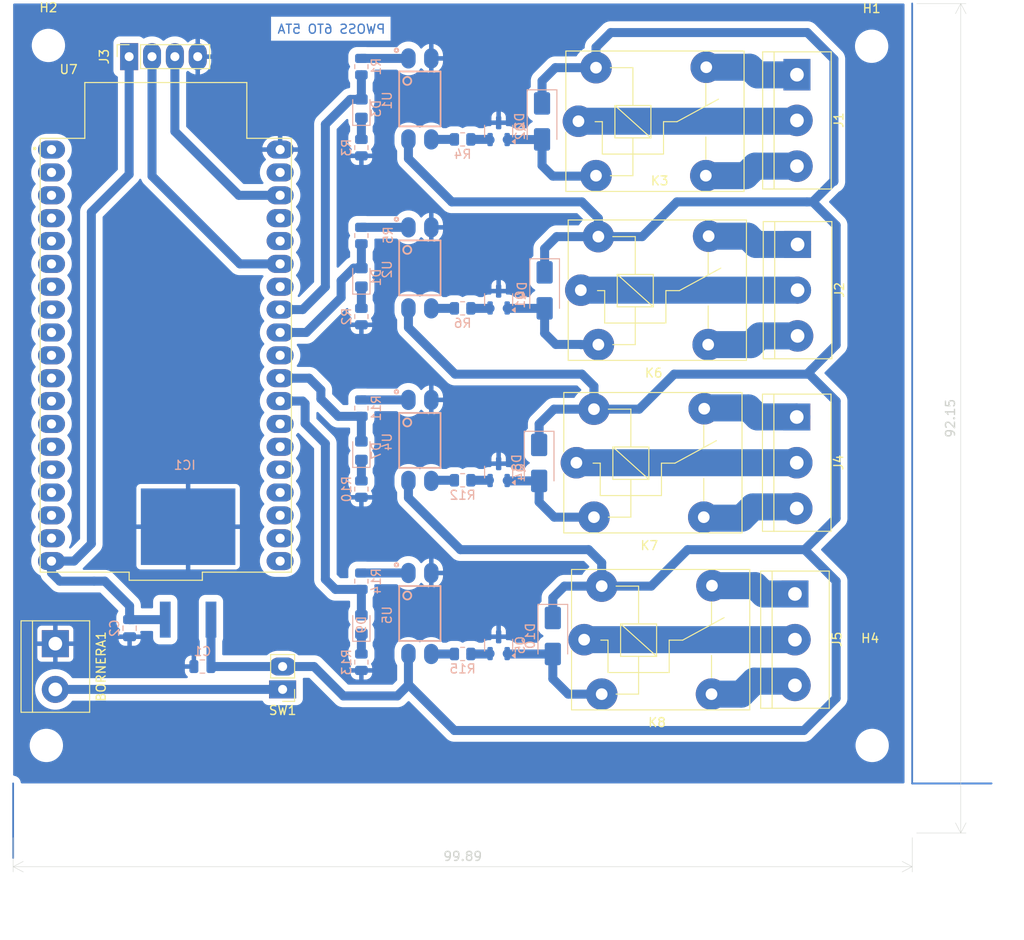
<source format=kicad_pcb>
(kicad_pcb (version 20241229) (generator "pcbnew") (generator_version "9.0")
  (layers (0 "F.Cu" signal) (2 "B.Cu" signal) (13 "F.Paste" user) (15 "B.Paste" user) (5 "F.SilkS" user "F.Silkscreen") (7 "B.SilkS" user "B.Silkscreen") (1 "F.Mask" user) (3 "B.Mask" user) (25 "Edge.Cuts" user))
  (net 0 "")
  (net 1 "Net-(BORNERA1-Pin_2)")
  (net 2 "GND")
  (net 3 "VCC")
  (net 4 "+5V")
  (net 5 "Net-(D1-K)")
  (net 6 "Net-(D2-A)")
  (net 7 "Net-(D3-K)")
  (net 8 "Net-(D4-A)")
  (net 9 "Net-(D7-K)")
  (net 10 "Net-(D8-A)")
  (net 11 "Net-(D9-K)")
  (net 12 "Net-(D10-A)")
  (net 13 "PIN12")
  (net 14 "PIN11")
  (net 15 "PIN1")
  (net 16 "PIN3")
  (net 17 "PIN2")
  (net 18 "Net-(Q1-B)")
  (net 19 "Net-(Q2-B)")
  (net 20 "Net-(Q4-B)")
  (net 21 "Net-(Q5-B)")
  (net 22 "Net-(U1-A)")
  (net 23 "Net-(U1-ET)")
  (net 24 "Net-(U2-A)")
  (net 25 "Net-(U2-ET)")
  (net 26 "Net-(U4-A)")
  (net 27 "Net-(U4-ET)")
  (net 28 "Net-(U5-A)")
  (net 29 "Net-(U5-ET)")
  (net 58 "PIN4")
  (net 59 "PIN5")
  (net 60 "PIN6")
  (net 61 "PIN9")
  (net 62 "PIN7")
  (net 63 "PIN8")
  (net 64 "PIN10")
  (net 67 "RELE-2")
  (net 68 "RELE-4")
  (net 69 "RELE-1")
  (net 70 "RELE-3")
  (net 71 "PIN-2")
  (net 72 "PIN-1")
  (footprint "TerminalBlock:TerminalBlock_bornier-3_P5.08mm" (layer "F.Cu") (at 133.96 67.34 -90)
    (property "Reference" "J2" (at 5.05 -4.65 90) (layer "F.SilkS"))
    (property "Value" "BORNERA")
    (pad "1" thru_hole rect (at 0 0 270) (size 3 3) (drill 1.52) (layers "*.Cu" "*.Mask") (net 58 "PIN4"))
    (pad "2" thru_hole circle (at 5.08 0 270) (size 3 3) (drill 1.52) (layers "*.Cu" "*.Mask") (net 59 "PIN5"))
    (pad "3" thru_hole circle (at 10.16 0 270) (size 3.5 3.5) (drill 1.52) (layers "*.Cu" "*.Mask") (net 60 "PIN6"))
  )
  (footprint "TerminalBlock:TerminalBlock_bornier-3_P5.08mm" (layer "F.Cu") (at 133.87 86.51 -90)
    (property "Reference" "J4" (at 5.05 -4.65 90) (layer "F.SilkS"))
    (property "Value" "BORNERA")
    (pad "1" thru_hole rect (at 0 0 270) (size 3 3) (drill 1.52) (layers "*.Cu" "*.Mask") (net 62 "PIN7"))
    (pad "2" thru_hole circle (at 5.08 0 270) (size 3.5 3.5) (drill 1.52) (layers "*.Cu" "*.Mask") (net 63 "PIN8"))
    (pad "3" thru_hole circle (at 10.16 0 270) (size 3.5 3.5) (drill 1.52) (layers "*.Cu" "*.Mask") (net 61 "PIN9"))
  )
  (footprint "TerminalBlock:TerminalBlock_bornier-3_P5.08mm" (layer "F.Cu") (at 133.8925 48.48 -90)
    (property "Reference" "J1" (at 5.05 -4.65 90) (layer "F.SilkS"))
    (property "Value" "BORNERA")
    (pad "1" thru_hole rect (at 0 0 270) (size 3.5 3) (drill 1.52) (layers "*.Cu" "*.Mask") (net 15 "PIN1"))
    (pad "2" thru_hole circle (at 5.08 0 270) (size 3.5 3.5) (drill 1.52) (layers "*.Cu" "*.Mask") (net 17 "PIN2"))
    (pad "3" thru_hole circle (at 10.16 0 270) (size 3.5 3.5) (drill 1.52) (layers "*.Cu" "*.Mask") (net 16 "PIN3"))
  )
  (footprint "Relay_THT:Relay_SPDT_SANYOU_SRD_Series_Form_C" (layer "F.Cu") (at 109.88 72.42)
    (property "Reference" "K6" (at 8.1 9.2 0) (layer "F.SilkS"))
    (property "Value" "SANYOU_SRD_Form_C")
    (pad "1" thru_hole circle (at 0 0 90) (size 3.5 3.5) (drill 1.3) (layers "*.Cu" "*.Mask") (net 59 "PIN5"))
    (pad "2" thru_hole circle (at 1.95 6.05 90) (size 3.5 3.5) (drill 1.3) (layers "*.Cu" "*.Mask") (net 8 "Net-(D4-A)"))
    (pad "3" thru_hole circle (at 14.15 6.05 90) (size 3.5 3.5) (drill 1.3) (layers "*.Cu" "*.Mask") (net 60 "PIN6"))
    (pad "4" thru_hole circle (at 14.2 -6 90) (size 3.5 3.5) (drill 1.3) (layers "*.Cu" "*.Mask") (net 58 "PIN4"))
    (pad "5" thru_hole circle (at 1.95 -5.95 90) (size 3.5 3.5) (drill 1.3) (layers "*.Cu" "*.Mask") (net 3 "VCC"))
  )
  (footprint "MountingHole:MountingHole_3.2mm_M3" (layer "F.Cu") (at 142.19 45.32)
    (property "Reference" "H1" (at 0 -4.2 0) (layer "F.SilkS"))
    (property "Value" "MountingHole")
    (pad "" np_thru_hole circle (at 0 0) (size 3.2 3.2) (drill 3.2) (layers "*.Cu" "*.Mask"))
  )
  (footprint "Relay_THT:Relay_SPDT_SANYOU_SRD_Series_Form_C" (layer "F.Cu") (at 109.39 91.59)
    (property "Reference" "K7" (at 8.1 9.2 0) (layer "F.SilkS"))
    (property "Value" "SANYOU_SRD_Form_C")
    (pad "1" thru_hole circle (at 0 0 90) (size 3.5 3.5) (drill 1.3) (layers "*.Cu" "*.Mask") (net 63 "PIN8"))
    (pad "2" thru_hole circle (at 1.95 6.05 90) (size 3.5 3.5) (drill 1.3) (layers "*.Cu" "*.Mask") (net 10 "Net-(D8-A)"))
    (pad "3" thru_hole circle (at 14.15 6.05 90) (size 3.5 3.5) (drill 1.3) (layers "*.Cu" "*.Mask") (net 61 "PIN9"))
    (pad "4" thru_hole circle (at 14.2 -6 90) (size 3.5 3.5) (drill 1.3) (layers "*.Cu" "*.Mask") (net 62 "PIN7"))
    (pad "5" thru_hole circle (at 1.95 -5.95 90) (size 3.5 3.5) (drill 1.3) (layers "*.Cu" "*.Mask") (net 3 "VCC"))
  )
  (footprint "Relay_THT:Relay_SPDT_SANYOU_SRD_Series_Form_C" (layer "F.Cu") (at 109.6175 53.65)
    (property "Reference" "K3" (at 9.02 6.62 0) (layer "F.SilkS"))
    (property "Value" "SANYOU_SRD_Form_C")
    (pad "1" thru_hole circle (at 0 0 90) (size 3.5 3.5) (drill 1.3) (layers "*.Cu" "*.Mask") (net 17 "PIN2"))
    (pad "2" thru_hole circle (at 1.95 6.05 90) (size 3.5 3.5) (drill 1.3) (layers "*.Cu" "*.Mask") (net 6 "Net-(D2-A)"))
    (pad "3" thru_hole circle (at 14.15 6.05 90) (size 3.5 3.5) (drill 1.3) (layers "*.Cu" "*.Mask") (net 16 "PIN3"))
    (pad "4" thru_hole circle (at 14.2 -6 90) (size 3.5 3.5) (drill 1.3) (layers "*.Cu" "*.Mask") (net 15 "PIN1"))
    (pad "5" thru_hole circle (at 1.95 -5.95 90) (size 3.5 3.5) (drill 1.3) (layers "*.Cu" "*.Mask") (net 3 "VCC"))
  )
  (footprint "TerminalBlock:TerminalBlock_bornier-2_P5.08mm" (layer "F.Cu") (at 51.5 111.695 -90)
    (property "Reference" "BORNERA1" (at 2.54 -5.08 90) (layer "F.SilkS"))
    (property "Value" "~")
    (pad "1" thru_hole rect (at 0 0 270) (size 3 3) (drill 1.52) (layers "*.Cu" "*.Mask") (net 2 "GND"))
    (pad "2" thru_hole circle (at 5.08 0 270) (size 3 3) (drill 1.52) (layers "*.Cu" "*.Mask") (net 1 "Net-(BORNERA1-Pin_2)"))
  )
  (footprint "ESP32:MODULE_ESP32-DEVKITC" (layer "F.Cu") (at 63.7725 79.65)
    (property "Reference" "U7" (at -10.795 -31.75 0) (layer "F.SilkS"))
    (property "Value" "ESP32-DEVKITC")
    (pad "1" thru_hole oval (at -12.7 -22.85) (size 3 2) (drill 1.02) (layers "*.Cu" "*.Mask"))
    (pad "2" thru_hole oval (at -12.7 -20.31) (size 3 2) (drill 1.02) (layers "*.Cu" "*.Mask"))
    (pad "3" thru_hole oval (at -12.7 -17.77) (size 3 2) (drill 1.02) (layers "*.Cu" "*.Mask"))
    (pad "4" thru_hole oval (at -12.7 -15.23) (size 3 2) (drill 1.02) (layers "*.Cu" "*.Mask"))
    (pad "5" thru_hole oval (at -12.7 -12.69) (size 3 2) (drill 1.02) (layers "*.Cu" "*.Mask"))
    (pad "6" thru_hole oval (at -12.7 -10.15) (size 3 2) (drill 1.02) (layers "*.Cu" "*.Mask"))
    (pad "7" thru_hole oval (at -12.7 -7.61) (size 3 2) (drill 1.02) (layers "*.Cu" "*.Mask"))
    (pad "8" thru_hole oval (at -12.7 -5.07) (size 3 2) (drill 1.02) (layers "*.Cu" "*.Mask"))
    (pad "9" thru_hole oval (at -12.7 -2.53) (size 3 2) (drill 1.02) (layers "*.Cu" "*.Mask"))
    (pad "10" thru_hole oval (at -12.7 0.01) (size 3 2) (drill 1.02) (layers "*.Cu" "*.Mask"))
    (pad "11" thru_hole oval (at -12.7 2.55) (size 3 2) (drill 1.02) (layers "*.Cu" "*.Mask"))
    (pad "12" thru_hole oval (at -12.7 5.09) (size 3 2) (drill 1.02) (layers "*.Cu" "*.Mask"))
    (pad "13" thru_hole oval (at -12.7 7.63) (size 3 2) (drill 1.02) (layers "*.Cu" "*.Mask"))
    (pad "14" thru_hole oval (at -12.7 10.17) (size 3 2) (drill 1.02) (layers "*.Cu" "*.Mask"))
    (pad "15" thru_hole oval (at -12.7 12.71) (size 3 2) (drill 1.02) (layers "*.Cu" "*.Mask"))
    (pad "16" thru_hole oval (at -12.7 15.25) (size 3 2) (drill 1.02) (layers "*.Cu" "*.Mask"))
    (pad "17" thru_hole oval (at -12.7 17.79) (size 3 2) (drill 1.02) (layers "*.Cu" "*.Mask"))
    (pad "18" thru_hole oval (at -12.7 20.33) (size 3 2) (drill 1.02) (layers "*.Cu" "*.Mask"))
    (pad "19" thru_hole oval (at -12.7 22.87) (size 3 2) (drill 1.02) (layers "*.Cu" "*.Mask") (net 4 "+5V"))
    (pad "20" thru_hole oval (at 12.7 22.87) (size 3 2) (drill 1.02) (layers "*.Cu" "*.Mask"))
    (pad "21" thru_hole oval (at 12.7 20.33) (size 3 2) (drill 1.02) (layers "*.Cu" "*.Mask"))
    (pad "22" thru_hole oval (at 12.7 17.79) (size 3 2) (drill 1.02) (layers "*.Cu" "*.Mask"))
    (pad "23" thru_hole oval (at 12.7 15.25) (size 3 2) (drill 1.02) (layers "*.Cu" "*.Mask"))
    (pad "24" thru_hole oval (at 12.7 12.71) (size 3 2) (drill 1.02) (layers "*.Cu" "*.Mask"))
    (pad "25" thru_hole oval (at 12.7 10.17) (size 3 2) (drill 1.02) (layers "*.Cu" "*.Mask"))
    (pad "26" thru_hole oval (at 12.7 7.63) (size 3 2) (drill 1.02) (layers "*.Cu" "*.Mask"))
    (pad "27" thru_hole oval (at 12.7 5.09) (size 3 2) (drill 1.02) (layers "*.Cu" "*.Mask") (net 70 "RELE-3"))
    (pad "28" thru_hole oval (at 12.7 2.55) (size 3 2) (drill 1.02) (layers "*.Cu" "*.Mask") (net 69 "RELE-1"))
    (pad "29" thru_hole oval (at 12.7 0.01) (size 3 2) (drill 1.02) (layers "*.Cu" "*.Mask"))
    (pad "30" thru_hole oval (at 12.7 -2.53) (size 3 2) (drill 1.02) (layers "*.Cu" "*.Mask") (net 67 "RELE-2"))
    (pad "31" thru_hole oval (at 12.7 -5.07) (size 3 2) (drill 1.02) (layers "*.Cu" "*.Mask") (net 68 "RELE-4"))
    (pad "32" thru_hole oval (at 12.7 -7.61) (size 3 2) (drill 1.02) (layers "*.Cu" "*.Mask"))
    (pad "33" thru_hole oval (at 12.7 -10.15) (size 3 2) (drill 1.02) (layers "*.Cu" "*.Mask") (net 71 "PIN-2"))
    (pad "34" thru_hole oval (at 12.7 -12.69) (size 3 2) (drill 1.02) (layers "*.Cu" "*.Mask"))
    (pad "35" thru_hole oval (at 12.7 -15.23) (size 3 2) (drill 1.02) (layers "*.Cu" "*.Mask"))
    (pad "36" thru_hole oval (at 12.7 -17.77) (size 3 2) (drill 1.02) (layers "*.Cu" "*.Mask") (net 72 "PIN-1"))
    (pad "37" thru_hole oval (at 12.7 -20.31) (size 3 2) (drill 1.02) (layers "*.Cu" "*.Mask"))
    (pad "38" thru_hole oval (at 12.7 -22.85) (size 3 2) (drill 1.02) (layers "*.Cu" "*.Mask") (net 2 "GND"))
  )
  (footprint "MountingHole:MountingHole_3.2mm_M3" (layer "F.Cu") (at 50.73 45.23)
    (property "Reference" "H2" (at 0 -4.2 0) (layer "F.SilkS"))
    (property "Value" "MountingHole")
    (pad "" np_thru_hole circle (at 0 0) (size 3.2 3.2) (drill 3.2) (layers "*.Cu" "*.Mask"))
  )
  (footprint "TerminalBlock:TerminalBlock_bornier-3_P5.08mm" (layer "F.Cu") (at 133.6725 106.17 -90)
    (property "Reference" "J5" (at 5.05 -4.65 90) (layer "F.SilkS"))
    (property "Value" "BORNERA")
    (pad "1" thru_hole rect (at 0 0 270) (size 3 3) (drill 1.52) (layers "*.Cu" "*.Mask") (net 64 "PIN10"))
    (pad "2" thru_hole circle (at 5.08 0 270) (size 3.5 3.5) (drill 1.52) (layers "*.Cu" "*.Mask") (net 14 "PIN11"))
    (pad "3" thru_hole circle (at 10.16 0 270) (size 3.5 3.5) (drill 1.52) (layers "*.Cu" "*.Mask") (net 13 "PIN12"))
  )
  (footprint "MountingHole:MountingHole_3.2mm_M3" (layer "F.Cu") (at 142.25 123)
    (property "Reference" "H4" (at -0.23 -11.9 0) (layer "F.SilkS"))
    (property "Value" "MountingHole")
    (pad "" np_thru_hole circle (at 0 0) (size 3.2 3.2) (drill 3.2) (layers "*.Cu" "*.Mask"))
  )
  (footprint "Connector_PinHeader_2.54mm:PinHeader_1x02_P2.54mm_Vertical" (layer "F.Cu") (at 76.75 116.775 180)
    (property "Reference" "SW1" (at 0 -2.33 0) (layer "F.SilkS"))
    (property "Value" "SWITCH")
    (pad "1" thru_hole rect (at 0 0 180) (size 3 2) (drill 1) (layers "*.Cu" "*.Mask") (net 1 "Net-(BORNERA1-Pin_2)"))
    (pad "2" thru_hole oval (at 0 2.54 180) (size 3 2) (drill 1) (layers "*.Cu" "*.Mask") (net 3 "VCC"))
  )
  (footprint "Connector_PinSocket_2.54mm:PinSocket_1x04_P2.54mm_Vertical" (layer "F.Cu") (at 59.7 46.475 90)
    (property "Reference" "J3" (at 0 -2.77 90) (layer "F.SilkS"))
    (property "Value" "Conn_01x04_Pin")
    (pad "1" thru_hole rect (at 0 0 90) (size 3 2) (drill 1) (layers "*.Cu" "*.Mask") (net 4 "+5V"))
    (pad "2" thru_hole oval (at 0 2.54 90) (size 3 2) (drill 1) (layers "*.Cu" "*.Mask") (net 71 "PIN-2"))
    (pad "3" thru_hole oval (at 0 5.08 90) (size 3 2) (drill 1) (layers "*.Cu" "*.Mask") (net 72 "PIN-1"))
    (pad "4" thru_hole oval (at 0 7.62 90) (size 3 2) (drill 1) (layers "*.Cu" "*.Mask") (net 2 "GND"))
  )
  (footprint "MountingHole:MountingHole_3.2mm_M3" (layer "F.Cu") (at 50.5 123)
    (property "Reference" "H3" (at 0.09 -0.65 0) (layer "F.SilkS"))
    (property "Value" "MountingHole")
    (pad "" np_thru_hole circle (at 0 0) (size 3.2 3.2) (drill 3.2) (layers "*.Cu" "*.Mask"))
  )
  (footprint "Relay_THT:Relay_SPDT_SANYOU_SRD_Series_Form_C" (layer "F.Cu") (at 110.25 111.25)
    (property "Reference" "K8" (at 8.1 9.2 0) (layer "F.SilkS"))
    (property "Value" "SANYOU_SRD_Form_C")
    (pad "1" thru_hole circle (at 0 0 90) (size 3.5 3.5) (drill 1.3) (layers "*.Cu" "*.Mask") (net 14 "PIN11"))
    (pad "2" thru_hole circle (at 1.95 6.05 90) (size 3.5 3.5) (drill 1.3) (layers "*.Cu" "*.Mask") (net 12 "Net-(D10-A)"))
    (pad "3" thru_hole circle (at 14.15 6.05 90) (size 3.5 3.5) (drill 1.3) (layers "*.Cu" "*.Mask") (net 13 "PIN12"))
    (pad "4" thru_hole circle (at 14.2 -6 90) (size 3.5 3.5) (drill 1.3) (layers "*.Cu" "*.Mask") (net 64 "PIN10"))
    (pad "5" thru_hole circle (at 1.95 -5.95 90) (size 3.5 3.5) (drill 1.3) (layers "*.Cu" "*.Mask") (net 3 "VCC"))
  )
  (footprint "Resistor_SMD:R_0805_2012Metric" (layer "B.Cu") (at 85.5 113.7525 -90)
    (property "Reference" "R13" (at 0 1.65 90) (layer "B.SilkS") (effects (justify mirror)))
    (property "Value" "R")
    (pad "1" smd roundrect (at -0.9125 0 270) (size 1.025 1.4) (layers "B.Cu" "B.Mask" "B.Paste") (roundrect_rratio 0.243902) (net 11 "Net-(D9-K)"))
    (pad "2" smd roundrect (at 0.9125 0 270) (size 1.025 1.4) (layers "B.Cu" "B.Mask" "B.Paste") (roundrect_rratio 0.243902) (net 2 "GND"))
  )
  (footprint "Resistor_SMD:R_0805_2012Metric" (layer "B.Cu") (at 85.5 94.5225 -90)
    (property "Reference" "R10" (at 0 1.65 90) (layer "B.SilkS") (effects (justify mirror)))
    (property "Value" "R")
    (pad "1" smd roundrect (at -0.9125 0 270) (size 1.025 1.4) (layers "B.Cu" "B.Mask" "B.Paste") (roundrect_rratio 0.243902) (net 9 "Net-(D7-K)"))
    (pad "2" smd roundrect (at 0.9125 0 270) (size 1.025 1.4) (layers "B.Cu" "B.Mask" "B.Paste") (roundrect_rratio 0.243902) (net 2 "GND"))
  )
  (footprint "PC817:SOT254P1025X400-4N" (layer "B.Cu") (at 91.9975 51.17 -90)
    (property "Reference" "U1" (at 0.175155 3.638415 90) (layer "B.SilkS") (effects (font (size 1.000937 1.000937)) (justify mirror)))
    (property "Value" "PC81713NIP0X")
    (pad "1" smd oval (at -4.5 1.27 270) (size 2.25 1.6) (layers "B.Cu" "B.Mask" "B.Paste") (net 22 "Net-(U1-A)"))
    (pad "2" smd oval (at -4.5 -1.27 270) (size 2.25 1.6) (layers "B.Cu" "B.Mask" "B.Paste") (net 2 "GND"))
    (pad "3" smd oval (at 4.5 -1.27 270) (size 2.25 1.6) (layers "B.Cu" "B.Mask" "B.Paste") (net 23 "Net-(U1-ET)"))
    (pad "4" smd oval (at 4.5 1.27 270) (size 2.25 1.6) (layers "B.Cu" "B.Mask" "B.Paste") (net 3 "VCC"))
  )
  (footprint "PC817:SOT254P1025X400-4N" (layer "B.Cu") (at 91.9975 69.94 -90)
    (property "Reference" "U2" (at 0.175155 3.638415 90) (layer "B.SilkS") (effects (font (size 1.000937 1.000937)) (justify mirror)))
    (property "Value" "PC81713NIP0X")
    (pad "1" smd oval (at -4.5 1.27 270) (size 2.25 1.6) (layers "B.Cu" "B.Mask" "B.Paste") (net 24 "Net-(U2-A)"))
    (pad "2" smd oval (at -4.5 -1.27 270) (size 2.25 1.6) (layers "B.Cu" "B.Mask" "B.Paste") (net 2 "GND"))
    (pad "3" smd oval (at 4.5 -1.27 270) (size 2.25 1.6) (layers "B.Cu" "B.Mask" "B.Paste") (net 25 "Net-(U2-ET)"))
    (pad "4" smd oval (at 4.5 1.27 270) (size 2.25 1.6) (layers "B.Cu" "B.Mask" "B.Paste") (net 3 "VCC"))
  )
  (footprint "Diode_SMD:D_SMA" (layer "B.Cu") (at 106.77 110.84 -90)
    (property "Reference" "D10" (at 0 2.5 90) (layer "B.SilkS") (effects (justify mirror)))
    (property "Value" "D")
    (pad "1" smd roundrect (at -2 0 270) (size 2.5 1.8) (layers "B.Cu" "B.Mask" "B.Paste") (roundrect_rratio 0.1388888889) (net 3 "VCC"))
    (pad "2" smd roundrect (at 2 0 270) (size 2.5 1.8) (layers "B.Cu" "B.Mask" "B.Paste") (roundrect_rratio 0.1388888889) (net 12 "Net-(D10-A)"))
  )
  (footprint "LED_SMD:LED_0805_2012Metric_Pad1.15x1.40mm_HandSolder" (layer "B.Cu") (at 85.5 109.56875 90)
    (property "Reference" "D9" (at -0.0225 0 270) (layer "B.SilkS") (effects (justify mirror)))
    (property "Value" "LED")
    (pad "1" smd roundrect (at -1.025 0 90) (size 1.15 1.4) (layers "B.Cu" "B.Mask" "B.Paste") (roundrect_rratio 0.217391) (net 11 "Net-(D9-K)"))
    (pad "2" smd roundrect (at 1.025 0 90) (size 1.15 1.4) (layers "B.Cu" "B.Mask" "B.Paste") (roundrect_rratio 0.217391) (net 70 "RELE-3"))
  )
  (footprint "LED_SMD:LED_0805_2012Metric_Pad1.15x1.40mm_HandSolder" (layer "B.Cu") (at 85.5 52.25 90)
    (property "Reference" "D3" (at 0 1.65 90) (layer "B.SilkS") (effects (justify mirror)))
    (property "Value" "LED")
    (pad "1" smd roundrect (at -1.025 0 90) (size 1.15 1.4) (layers "B.Cu" "B.Mask" "B.Paste") (roundrect_rratio 0.217391) (net 7 "Net-(D3-K)"))
    (pad "2" smd roundrect (at 1.025 0 90) (size 1.15 1.4) (layers "B.Cu" "B.Mask" "B.Paste") (roundrect_rratio 0.217391) (net 68 "RELE-4"))
  )
  (footprint "Package_TO_SOT_SMD:SOT-23" (layer "B.Cu") (at 100.75 73.46 90)
    (property "Reference" "Q1" (at 0 2.4 270) (layer "B.SilkS") (effects (justify mirror)))
    (property "Value" "BC547")
    (pad "1" smd roundrect (at -0.9375 0.95 90) (size 1.475 0.6) (layers "B.Cu" "B.Mask" "B.Paste") (net 8 "Net-(D4-A)"))
    (pad "2" smd roundrect (at -0.9375 -0.95 90) (size 1.475 0.6) (layers "B.Cu" "B.Mask" "B.Paste") (net 18 "Net-(Q1-B)"))
    (pad "3" smd roundrect (at 0.9375 0 90) (size 1.475 0.6) (layers "B.Cu" "B.Mask" "B.Paste") (net 2 "GND"))
  )
  (footprint "Resistor_SMD:R_0805_2012Metric" (layer "B.Cu") (at 96.75 55.67)
    (property "Reference" "R4" (at 0 1.65 0) (layer "B.SilkS") (effects (justify mirror)))
    (property "Value" "R")
    (pad "1" smd roundrect (at -0.9125 0) (size 1.025 1.4) (layers "B.Cu" "B.Mask" "B.Paste") (roundrect_rratio 0.243902) (net 23 "Net-(U1-ET)"))
    (pad "2" smd roundrect (at 0.9125 0) (size 1.025 1.4) (layers "B.Cu" "B.Mask" "B.Paste") (roundrect_rratio 0.243902) (net 19 "Net-(Q2-B)"))
  )
  (footprint "Diode_SMD:D_SMA" (layer "B.Cu") (at 105.86 72.44 -90)
    (property "Reference" "D4" (at 0 2.5 90) (layer "B.SilkS") (effects (justify mirror)))
    (property "Value" "D")
    (pad "1" smd roundrect (at -2 0 270) (size 2.5 1.8) (layers "B.Cu" "B.Mask" "B.Paste") (roundrect_rratio 0.1388888889) (net 3 "VCC"))
    (pad "2" smd roundrect (at 2 0 270) (size 2.5 1.8) (layers "B.Cu" "B.Mask" "B.Paste") (roundrect_rratio 0.1388888889) (net 8 "Net-(D4-A)"))
  )
  (footprint "Resistor_SMD:R_0805_2012Metric" (layer "B.Cu") (at 85.5 104.7525 90)
    (property "Reference" "R14" (at 0 1.65 90) (layer "B.SilkS") (effects (justify mirror)))
    (property "Value" "R")
    (pad "1" smd roundrect (at -0.9125 0 90) (size 1.025 1.4) (layers "B.Cu" "B.Mask" "B.Paste") (roundrect_rratio 0.243902) (net 70 "RELE-3"))
    (pad "2" smd roundrect (at 0.9125 0 90) (size 1.025 1.4) (layers "B.Cu" "B.Mask" "B.Paste") (roundrect_rratio 0.243902) (net 28 "Net-(U5-A)"))
  )
  (footprint "Resistor_SMD:R_0805_2012Metric" (layer "B.Cu") (at 96.75 93.54)
    (property "Reference" "R12" (at 0 1.65 0) (layer "B.SilkS") (effects (justify mirror)))
    (property "Value" "R")
    (pad "1" smd roundrect (at -0.9125 0) (size 1.025 1.4) (layers "B.Cu" "B.Mask" "B.Paste") (roundrect_rratio 0.243902) (net 27 "Net-(U4-ET)"))
    (pad "2" smd roundrect (at 0.9125 0) (size 1.025 1.4) (layers "B.Cu" "B.Mask" "B.Paste") (roundrect_rratio 0.243902) (net 20 "Net-(Q4-B)"))
  )
  (footprint "PC817:SOT254P1025X400-4N" (layer "B.Cu") (at 91.9975 108.34 -90)
    (property "Reference" "U5" (at 0.175155 3.638415 90) (layer "B.SilkS") (effects (font (size 1.000937 1.000937)) (justify mirror)))
    (property "Value" "PC81713NIP0X")
    (pad "1" smd oval (at -4.5 1.27 270) (size 2.25 1.6) (layers "B.Cu" "B.Mask" "B.Paste") (net 28 "Net-(U5-A)"))
    (pad "2" smd oval (at -4.5 -1.27 270) (size 2.25 1.6) (layers "B.Cu" "B.Mask" "B.Paste") (net 2 "GND"))
    (pad "3" smd oval (at 4.5 -1.27 270) (size 2.25 1.6) (layers "B.Cu" "B.Mask" "B.Paste") (net 29 "Net-(U5-ET)"))
    (pad "4" smd oval (at 4.5 1.27 270) (size 2.25 1.6) (layers "B.Cu" "B.Mask" "B.Paste") (net 3 "VCC"))
  )
  (footprint "Package_TO_SOT_SMD:SOT-23" (layer "B.Cu") (at 100.75 111.86 90)
    (property "Reference" "Q5" (at 0 2.4 270) (layer "B.SilkS") (effects (justify mirror)))
    (property "Value" "BC547")
    (pad "1" smd roundrect (at -0.9375 0.95 90) (size 1.475 0.6) (layers "B.Cu" "B.Mask" "B.Paste") (net 12 "Net-(D10-A)"))
    (pad "2" smd roundrect (at -0.9375 -0.95 90) (size 1.475 0.6) (layers "B.Cu" "B.Mask" "B.Paste") (net 21 "Net-(Q5-B)"))
    (pad "3" smd roundrect (at 0.9375 0 90) (size 1.475 0.6) (layers "B.Cu" "B.Mask" "B.Paste") (net 2 "GND"))
  )
  (footprint "Capacitor_SMD:C_0805_2012Metric" (layer "B.Cu") (at 67.84 114.235 180)
    (property "Reference" "C1" (at 0 1.68 0) (layer "B.SilkS") (effects (justify mirror)))
    (property "Value" "0.1uF")
    (pad "1" smd roundrect (at -0.95 0 180) (size 1 1.45) (layers "B.Cu" "B.Mask" "B.Paste") (net 3 "VCC"))
    (pad "2" smd roundrect (at 0.95 0 180) (size 1 1.45) (layers "B.Cu" "B.Mask" "B.Paste") (net 2 "GND"))
  )
  (footprint "Resistor_SMD:R_0805_2012Metric" (layer "B.Cu") (at 85.5 85.5225 90)
    (property "Reference" "R11" (at 0 1.65 90) (layer "B.SilkS") (effects (justify mirror)))
    (property "Value" "R")
    (pad "1" smd roundrect (at -0.9125 0 90) (size 1.025 1.4) (layers "B.Cu" "B.Mask" "B.Paste") (roundrect_rratio 0.243902) (net 69 "RELE-1"))
    (pad "2" smd roundrect (at 0.9125 0 90) (size 1.025 1.4) (layers "B.Cu" "B.Mask" "B.Paste") (roundrect_rratio 0.243902) (net 26 "Net-(U4-A)"))
  )
  (footprint "Package_TO_SOT_SMD:SOT-23" (layer "B.Cu") (at 100.75 92.63 90)
    (property "Reference" "Q4" (at 0 2.4 270) (layer "B.SilkS") (effects (justify mirror)))
    (property "Value" "BC547")
    (pad "1" smd roundrect (at -0.9375 0.95 90) (size 1.475 0.6) (layers "B.Cu" "B.Mask" "B.Paste") (net 10 "Net-(D8-A)"))
    (pad "2" smd roundrect (at -0.9375 -0.95 90) (size 1.475 0.6) (layers "B.Cu" "B.Mask" "B.Paste") (net 20 "Net-(Q4-B)"))
    (pad "3" smd roundrect (at 0.9375 0 90) (size 1.475 0.6) (layers "B.Cu" "B.Mask" "B.Paste") (net 2 "GND"))
  )
  (footprint "Package_TO_SOT_SMD:SOT-23" (layer "B.Cu") (at 100.75 54.75 90)
    (property "Reference" "Q2" (at 0 2.4 270) (layer "B.SilkS") (effects (justify mirror)))
    (property "Value" "BC547")
    (pad "1" smd roundrect (at -0.9375 0.95 90) (size 1.475 0.6) (layers "B.Cu" "B.Mask" "B.Paste") (net 6 "Net-(D2-A)"))
    (pad "2" smd roundrect (at -0.9375 -0.95 90) (size 1.475 0.6) (layers "B.Cu" "B.Mask" "B.Paste") (net 19 "Net-(Q2-B)"))
    (pad "3" smd roundrect (at 0.9375 0 90) (size 1.475 0.6) (layers "B.Cu" "B.Mask" "B.Paste") (net 2 "GND"))
  )
  (footprint "LED_SMD:LED_0805_2012Metric_Pad1.15x1.40mm_HandSolder" (layer "B.Cu") (at 85.5 90.25 90)
    (property "Reference" "D7" (at 0 1.65 270) (layer "B.SilkS") (effects (justify mirror)))
    (property "Value" "LED")
    (pad "1" smd roundrect (at -1.025 0 90) (size 1.15 1.4) (layers "B.Cu" "B.Mask" "B.Paste") (roundrect_rratio 0.217391) (net 9 "Net-(D7-K)"))
    (pad "2" smd roundrect (at 1.025 0 90) (size 1.15 1.4) (layers "B.Cu" "B.Mask" "B.Paste") (roundrect_rratio 0.217391) (net 69 "RELE-1"))
  )
  (footprint "Resistor_SMD:R_0805_2012Metric" (layer "B.Cu") (at 85.5 47.5825 90)
    (property "Reference" "R1" (at 0 1.65 90) (layer "B.SilkS") (effects (justify mirror)))
    (property "Value" "R")
    (pad "1" smd roundrect (at -0.9125 0 90) (size 1.025 1.4) (layers "B.Cu" "B.Mask" "B.Paste") (roundrect_rratio 0.243902) (net 68 "RELE-4"))
    (pad "2" smd roundrect (at 0.9125 0 90) (size 1.025 1.4) (layers "B.Cu" "B.Mask" "B.Paste") (roundrect_rratio 0.243902) (net 22 "Net-(U1-A)"))
  )
  (footprint "Diode_SMD:D_SMA" (layer "B.Cu") (at 105.25 91.61 -90)
    (property "Reference" "D8" (at 0 2.5 90) (layer "B.SilkS") (effects (justify mirror)))
    (property "Value" "D")
    (pad "1" smd roundrect (at -2 0 270) (size 2.5 1.8) (layers "B.Cu" "B.Mask" "B.Paste") (roundrect_rratio 0.1388888889) (net 3 "VCC"))
    (pad "2" smd roundrect (at 2 0 270) (size 2.5 1.8) (layers "B.Cu" "B.Mask" "B.Paste") (roundrect_rratio 0.1388888889) (net 10 "Net-(D8-A)"))
  )
  (footprint "7805 smd:MC7805CD2TG" (layer "B.Cu") (at 66.25 103 180)
    (property "Reference" "IC1" (at 0.375 11.135 0) (layer "B.SilkS") (effects (justify mirror)))
    (property "Value" "MC7805CD2TG")
    (property "VALUE" "IC_PWRMC7805CD2TG" (hide yes))
    (pad "P$1" smd rect (at 0 4.3 180) (size 10.5 8.5) (layers "B.Cu" "B.Mask" "B.Paste") (net 2 "GND"))
    (pad "P$2" smd rect (at -2.54 -6.023 180) (size 1.2 4) (layers "B.Cu" "B.Mask" "B.Paste") (net 3 "VCC"))
    (pad "P$3" smd rect (at 2.54 -6.023 180) (size 1.2 4) (layers "B.Cu" "B.Mask" "B.Paste") (net 4 "+5V"))
  )
  (footprint "Diode_SMD:D_SMA" (layer "B.Cu") (at 105.57125 53.67 -90)
    (property "Reference" "D2" (at 0 2.5 90) (layer "B.SilkS") (effects (justify mirror)))
    (property "Value" "D")
    (pad "1" smd roundrect (at -2 0 270) (size 2.5 1.8) (layers "B.Cu" "B.Mask" "B.Paste") (roundrect_rratio 0.1388888889) (net 3 "VCC"))
    (pad "2" smd roundrect (at 2 0 270) (size 2.5 1.8) (layers "B.Cu" "B.Mask" "B.Paste") (roundrect_rratio 0.1388888889) (net 6 "Net-(D2-A)"))
  )
  (footprint "Resistor_SMD:R_0805_2012Metric" (layer "B.Cu") (at 85.5 56.5825 -90)
    (property "Reference" "R3" (at 0 1.65 90) (layer "B.SilkS") (effects (justify mirror)))
    (property "Value" "R")
    (pad "1" smd roundrect (at -0.9125 0 270) (size 1.025 1.4) (layers "B.Cu" "B.Mask" "B.Paste") (roundrect_rratio 0.243902) (net 7 "Net-(D3-K)"))
    (pad "2" smd roundrect (at 0.9125 0 270) (size 1.025 1.4) (layers "B.Cu" "B.Mask" "B.Paste") (roundrect_rratio 0.243902) (net 2 "GND"))
  )
  (footprint "LED_SMD:LED_0805_2012Metric_Pad1.15x1.40mm_HandSolder" (layer "B.Cu") (at 85.5 71 90)
    (property "Reference" "D1" (at 0 1.65 270) (layer "B.SilkS") (effects (justify mirror)))
    (property "Value" "LED")
    (pad "1" smd roundrect (at -1.025 0 90) (size 1.15 1.4) (layers "B.Cu" "B.Mask" "B.Paste") (roundrect_rratio 0.217391) (net 5 "Net-(D1-K)"))
    (pad "2" smd roundrect (at 1.025 0 90) (size 1.15 1.4) (layers "B.Cu" "B.Mask" "B.Paste") (roundrect_rratio 0.217391) (net 67 "RELE-2"))
  )
  (footprint "Capacitor_SMD:C_0805_2012Metric" (layer "B.Cu") (at 59.75 109.973 -90)
    (property "Reference" "C2" (at 0 1.68 90) (layer "B.SilkS") (effects (justify mirror)))
    (property "Value" "0.1uF")
    (pad "1" smd roundrect (at -0.95 0 270) (size 1 1.45) (layers "B.Cu" "B.Mask" "B.Paste") (net 4 "+5V"))
    (pad "2" smd roundrect (at 0.95 0 270) (size 1 1.45) (layers "B.Cu" "B.Mask" "B.Paste") (net 2 "GND"))
  )
  (footprint "Resistor_SMD:R_0805_2012Metric" (layer "B.Cu") (at 96.75 74.44)
    (property "Reference" "R6" (at 0 1.65 0) (layer "B.SilkS") (effects (justify mirror)))
    (property "Value" "R" (hide yes))
    (pad "1" smd roundrect (at -0.9125 0) (size 1.025 1.4) (layers "B.Cu" "B.Mask" "B.Paste") (roundrect_rratio 0.243902) (net 25 "Net-(U2-ET)"))
    (pad "2" smd roundrect (at 0.9125 0) (size 1.025 1.4) (layers "B.Cu" "B.Mask" "B.Paste") (roundrect_rratio 0.243902) (net 18 "Net-(Q1-B)"))
  )
  (footprint "Resistor_SMD:R_0805_2012Metric" (layer "B.Cu") (at 85.5 75.3525 -90)
    (property "Reference" "R2" (at 0 1.65 90) (layer "B.SilkS") (effects (justify mirror)))
    (property "Value" "R")
    (pad "1" smd roundrect (at -0.9125 0 270) (size 1.025 1.4) (layers "B.Cu" "B.Mask" "B.Paste") (roundrect_rratio 0.243902) (net 5 "Net-(D1-K)"))
    (pad "2" smd roundrect (at 0.9125 0 270) (size 1.025 1.4) (layers "B.Cu" "B.Mask" "B.Paste") (roundrect_rratio 0.243902) (net 2 "GND"))
  )
  (footprint "Resistor_SMD:R_0805_2012Metric" (layer "B.Cu") (at 85.5 66.3525 90)
    (property "Reference" "R5" (at 0.04 2.98 90) (layer "B.SilkS") (effects (justify mirror)))
    (property "Value" "R")
    (pad "1" smd roundrect (at -0.9125 0 90) (size 1.025 1.4) (layers "B.Cu" "B.Mask" "B.Paste") (roundrect_rratio 0.243902) (net 67 "RELE-2"))
    (pad "2" smd roundrect (at 0.9125 0 90) (size 1.025 1.4) (layers "B.Cu" "B.Mask" "B.Paste") (roundrect_rratio 0.243902) (net 24 "Net-(U2-A)"))
  )
  (footprint "Resistor_SMD:R_0805_2012Metric" (layer "B.Cu") (at 96.75 112.84)
    (property "Reference" "R15" (at 0 1.65 0) (layer "B.SilkS") (effects (justify mirror)))
    (property "Value" "R")
    (pad "1" smd roundrect (at -0.9125 0) (size 1.025 1.4) (layers "B.Cu" "B.Mask" "B.Paste") (roundrect_rratio 0.243902) (net 29 "Net-(U5-ET)"))
    (pad "2" smd roundrect (at 0.9125 0) (size 1.025 1.4) (layers "B.Cu" "B.Mask" "B.Paste") (roundrect_rratio 0.243902) (net 21 "Net-(Q5-B)"))
  )
  (footprint "PC817:SOT254P1025X400-4N" (layer "B.Cu") (at 91.9975 89.11 -90)
    (property "Reference" "U4" (at 0.175155 3.638415 90) (layer "B.SilkS") (effects (font (size 1.000937 1.000937)) (justify mirror)))
    (property "Value" "PC81713NIP0X")
    (pad "1" smd oval (at -4.5 1.27 270) (size 2.25 1.6) (layers "B.Cu" "B.Mask" "B.Paste") (net 26 "Net-(U4-A)"))
    (pad "2" smd oval (at -4.5 -1.27 270) (size 2.25 1.6) (layers "B.Cu" "B.Mask" "B.Paste") (net 2 "GND"))
    (pad "3" smd oval (at 4.5 -1.27 270) (size 2.25 1.6) (layers "B.Cu" "B.Mask" "B.Paste") (net 27 "Net-(U4-ET)"))
    (pad "4" smd oval (at 4.5 1.27 270) (size 2.25 1.6) (layers "B.Cu" "B.Mask" "B.Paste") (net 3 "VCC"))
  )
  (gr_line (start 146.695 127.22) (end 155.5 127.22) (stroke (width 0.2)) (layer "B.Cu"))
  (gr_line (start 146.695 40.57) (end 146.695 127.22) (stroke (width 0.2)) (layer "B.Cu"))
  (gr_line (start 155.5 127.22) (end 146.695 127.22) (stroke (width 0.2)) (layer "B.Cu"))
  (gr_line (start 46.81 127.22) (end 46.81 135.5) (stroke (width 0.2)) (layer "B.Cu"))
  (gr_text "PWOSS 6TO 5TA" (at 88.25 44 0) (layer "B.Cu") (effects (font (size 1 1)) (justify left bottom mirror)))
  (dimension (type orthogonal) (layer "Edge.Cuts") (pts (xy 146.7 40.58) (xy 146.69 132.73)) (height 5.39) (orientation 1) (format (prefix "") (suffix "") (units 3) (units_format 0) (precision 4) (suppress_zeroes yes)) (style (thickness 0.05) (arrow_length 1.27) (text_position_mode 0) (arrow_direction outward) (extension_height 0.58642) (extension_offset 0.5) (keep_text_aligned yes)) (gr_text "92,15" (at 150.94 86.655 90) (layer "Edge.Cuts") (effects (font (size 1 1) (thickness 0.15)))))
  (dimension (type orthogonal) (layer "Edge.Cuts") (pts (xy 146.7 132.74) (xy 46.81 132.74)) (height 3.73) (orientation 0) (format (prefix "") (suffix "") (units 3) (units_format 0) (precision 4) (suppress_zeroes yes)) (style (thickness 0.05) (arrow_length 1.27) (text_position_mode 0) (arrow_direction outward) (extension_height 0.58642) (extension_offset 0.5) (keep_text_aligned yes)) (gr_text "99,89" (at 96.755 135.32 0) (layer "Edge.Cuts") (effects (font (size 1 1) (thickness 0.15)))))
  (segment (start 76.75 116.775) (end 51.5 116.775) (width 1) (layer "B.Cu") (net 1))
  (segment (start 121.75 101.25) (end 134.75 101.25) (width 1) (layer "B.Cu") (net 3))
  (segment (start 95.9125 81.75) (end 90.7275 76.565) (width 1) (layer "B.Cu") (net 3))
  (segment (start 135.5 81.25) (end 135 81.75) (width 1) (layer "B.Cu") (net 3))
  (segment (start 135.5 82) (end 135.5 81.25) (width 0.2) (layer "B.Cu") (net 3))
  (segment (start 111.34 85.64) (end 116.36 85.64) (width 1) (layer "B.Cu") (net 3))
  (segment (start 138.25 117.75) (end 134.66 121.34) (width 1) (layer "B.Cu") (net 3))
  (segment (start 138.25 97.75) (end 138.25 84.75) (width 1) (layer "B.Cu") (net 3))
  (segment (start 117.7 105.3) (end 121.75 101.25) (width 1) (layer "B.Cu") (net 3))
  (segment (start 108.06 105.3) (end 112.2 105.3) (width 1) (layer "B.Cu") (net 3))
  (segment (start 135.875 100.125) (end 138.25 97.75) (width 1) (layer "B.Cu") (net 3))
  (segment (start 89.5 117.5) (end 90.7275 116.2725) (width 1) (layer "B.Cu") (net 3))
  (segment (start 134.75 101.25) (end 138.25 104.75) (width 1) (layer "B.Cu") (net 3))
  (segment (start 111.83 66.47) (end 116.7 66.47) (width 1) (layer "B.Cu") (net 3))
  (segment (start 76.75 114.235) (end 68.79 114.235) (width 1) (layer "B.Cu") (net 3))
  (segment (start 90.7275 76.565) (end 90.7275 74.44) (width 1) (layer "B.Cu") (net 3))
  (segment (start 138.25 104.75) (end 138.25 117.75) (width 1) (layer "B.Cu") (net 3))
  (segment (start 105.25 87.29) (end 106.9 85.64) (width 1) (layer "B.Cu") (net 3))
  (segment (start 111.83 64.44) (end 110 62.61) (width 1) (layer "B.Cu") (net 3))
  (segment (start 112.2 102.7) (end 112.2 105.3) (width 1) (layer "B.Cu") (net 3))
  (segment (start 111.34 85.64) (end 111.34 83.09) (width 1) (layer "B.Cu") (net 3))
  (segment (start 134.66 121.34) (end 95.84 121.34) (width 1) (layer "B.Cu") (net 3))
  (segment (start 80.235 114.235) (end 83.5 117.5) (width 1) (layer "B.Cu") (net 3))
  (segment (start 106.77 108.84) (end 106.77 106.59) (width 1) (layer "B.Cu") (net 3))
  (segment (start 116.36 85.64) (end 120.25 81.75) (width 1) (layer "B.Cu") (net 3))
  (segment (start 138.25 78.5) (end 135.5 81.25) (width 1) (layer "B.Cu") (net 3))
  (segment (start 95.5425 62.61) (end 110 62.61) (width 1) (layer "B.Cu") (net 3))
  (segment (start 106.9 85.64) (end 111.34 85.64) (width 1) (layer "B.Cu") (net 3))
  (segment (start 105.86 70.44) (end 105.86 67.81) (width 1) (layer "B.Cu") (net 3))
  (segment (start 90.7275 95.4775) (end 96.5 101.25) (width 1) (layer "B.Cu") (net 3))
  (segment (start 110.75 101.25) (end 112.2 102.7) (width 1) (layer "B.Cu") (net 3))
  (segment (start 90.7275 57.795) (end 95.5425 62.61) (width 1) (layer "B.Cu") (net 3))
  (segment (start 105.57125 49.17875) (end 107.05 47.7) (width 1) (layer "B.Cu") (net 3))
  (segment (start 113.2 43.8) (end 111.5675 45.4325) (width 1) (layer "B.Cu") (net 3))
  (segment (start 90.7275 55.67) (end 90.7275 57.795) (width 1) (layer "B.Cu") (net 3))
  (segment (start 138 60.25) (end 138 46.75) (width 1) (layer "B.Cu") (net 3))
  (segment (start 116.7 66.47) (end 120.56 62.61) (width 1) (layer "B.Cu") (net 3))
  (segment (start 90.7275 93.61) (end 90.7275 95.4775) (width 1) (layer "B.Cu") (net 3))
  (segment (start 68.79 113.96) (end 68.79 109.023) (width 1) (layer "B.Cu") (net 3))
  (segment (start 138.25 65.22) (end 138.25 78.5) (width 1) (layer "B.Cu") (net 3))
  (segment (start 107.2 66.47) (end 111.83 66.47) (width 1) (layer "B.Cu") (net 3))
  (segment (start 111.34 83.09) (end 110 81.75) (width 1) (layer "B.Cu") (net 3))
  (segment (start 90.7275 116.2725) (end 90.7275 112.84) (width 1) (layer "B.Cu") (net 3))
  (segment (start 90.7725 116.2725) (end 90.7275 116.2725) (width 1) (layer "B.Cu") (net 3))
  (segment (start 138 46.75) (end 135.05 43.8) (width 1) (layer "B.Cu") (net 3))
  (segment (start 106.77 106.59) (end 108.06 105.3) (width 1) (layer "B.Cu") (net 3))
  (segment (start 76.75 114.235) (end 80.235 114.235) (width 1) (layer "B.Cu") (net 3))
  (segment (start 96.5 101.25) (end 110.75 101.25) (width 1) (layer "B.Cu") (net 3))
  (segment (start 106.85 109.2025) (end 106.85 108.92) (width 1) (layer "B.Cu") (net 3))
  (segment (start 83.5 117.5) (end 89.5 117.5) (width 1) (layer "B.Cu") (net 3))
  (segment (start 106.85 108.92) (end 106.77 108.84) (width 1) (layer "B.Cu") (net 3))
  (segment (start 95.84 121.34) (end 90.7725 116.2725) (width 1) (layer "B.Cu") (net 3))
  (segment (start 134.75 101.25) (end 135.875 100.125) (width 1) (layer "B.Cu") (net 3))
  (segment (start 105.86 67.81) (end 107.2 66.47) (width 1) (layer "B.Cu") (net 3))
  (segment (start 135.64 62.61) (end 135 62.61) (width 1) (layer "B.Cu") (net 3))
  (segment (start 135.64 62.61) (end 138.25 65.22) (width 1) (layer "B.Cu") (net 3))
  (segment (start 138.25 84.75) (end 135.5 82) (width 1) (layer "B.Cu") (net 3))
  (segment (start 107.05 47.7) (end 111.5675 47.7) (width 1) (layer "B.Cu") (net 3))
  (segment (start 138 60.25) (end 135.64 62.61) (width 1) (layer "B.Cu") (net 3))
  (segment (start 105.25 89.61) (end 105.25 87.29) (width 1) (layer "B.Cu") (net 3))
  (segment (start 120.56 62.61) (end 135 62.61) (width 1) (layer "B.Cu") (net 3))
  (segment (start 135 81.75) (end 120.25 81.75) (width 1) (layer "B.Cu") (net 3))
  (segment (start 105.57125 51.67) (end 105.57125 49.17875) (width 1) (layer "B.Cu") (net 3))
  (segment (start 135.05 43.8) (end 113.2 43.8) (width 1) (layer "B.Cu") (net 3))
  (segment (start 110 81.75) (end 95.9125 81.75) (width 1) (layer "B.Cu") (net 3))
  (segment (start 138 60.35) (end 138 60.25) (width 1) (layer "B.Cu") (net 3))
  (segment (start 111.83 66.47) (end 111.83 64.44) (width 1) (layer "B.Cu") (net 3))
  (segment (start 111.5675 45.4325) (end 111.5675 47.7) (width 1) (layer "B.Cu") (net 3))
  (segment (start 112.2 105.3) (end 117.7 105.3) (width 1) (layer "B.Cu") (net 3))
  (segment (start 57 104.75) (end 55.8025 104.75) (width 1) (layer "B.Cu") (net 4))
  (segment (start 59.7 59.55) (end 55.5 63.75) (width 1) (layer "B.Cu") (net 4))
  (segment (start 59.7 46.475) (end 59.7 59.55) (width 1) (layer "B.Cu") (net 4))
  (segment (start 59.75 107.5) (end 57 104.75) (width 1) (layer "B.Cu") (net 4))
  (segment (start 51.0725 103.8225) (end 52 104.75) (width 1) (layer "B.Cu") (net 4))
  (segment (start 52 104.75) (end 55.8025 104.75) (width 1) (layer "B.Cu") (net 4))
  (segment (start 55.5 63.75) (end 55.5 100.5925) (width 1) (layer "B.Cu") (net 4))
  (segment (start 63.71 109.023) (end 59.75 109.023) (width 1) (layer "B.Cu") (net 4))
  (segment (start 55.5 100.5925) (end 53.5725 102.52) (width 1) (layer "B.Cu") (net 4))
  (segment (start 51.0725 102.52) (end 51.0725 103.8225) (width 1) (layer "B.Cu") (net 4))
  (segment (start 59.75 109.023) (end 59.75 107.5) (width 1) (layer "B.Cu") (net 4))
  (segment (start 53.5725 102.52) (end 51.0725 102.52) (width 1) (layer "B.Cu") (net 4))
  (segment (start 85.5 74.44) (end 85.5 72.025) (width 1) (layer "B.Cu") (net 5))
  (segment (start 106.75 59.75) (end 106.8 59.7) (width 0.2) (layer "B.Cu") (net 6))
  (segment (start 101.7 55.6875) (end 105.55375 55.6875) (width 1) (layer "B.Cu") (net 6))
  (segment (start 106.8 59.7) (end 106.85 59.75) (width 1) (layer "B.Cu") (net 6))
  (segment (start 105.57125 55.67) (end 105.57125 58.57125) (width 1) (layer "B.Cu") (net 6))
  (segment (start 105.55375 55.6875) (end 105.57125 55.67) (width 1) (layer "B.Cu") (net 6))
  (segment (start 105.57125 58.57125) (end 106.75 59.75) (width 1) (layer "B.Cu") (net 6))
  (segment (start 106.85 59.75) (end 111.5175 59.75) (width 1) (layer "B.Cu") (net 6))
  (segment (start 85.5 53.275) (end 85.5 55.67) (width 1) (layer "B.Cu") (net 7))
  (segment (start 105.86 74.44) (end 105.86 77.203821) (width 1) (layer "B.Cu") (net 8))
  (segment (start 109.89 78.47) (end 111.83 78.47) (width 1) (layer "B.Cu") (net 8))
  (segment (start 105.86 77.203821) (end 107.106179 78.45) (width 1) (layer "B.Cu") (net 8))
  (segment (start 109.87 78.45) (end 109.89 78.47) (width 1) (layer "B.Cu") (net 8))
  (segment (start 107.106179 78.45) (end 109.87 78.45) (width 1) (layer "B.Cu") (net 8))
  (segment (start 101.7 74.44) (end 105.86 74.44) (width 1) (layer "B.Cu") (net 8))
  (segment (start 105.86 74.44) (end 105.86 74.321736) (width 1) (layer "B.Cu") (net 8))
  (segment (start 85.5 93.61) (end 85.5 91.275) (width 1) (layer "B.Cu") (net 9))
  (segment (start 101.7 93.5675) (end 101.7425 93.61) (width 1) (layer "B.Cu") (net 10))
  (segment (start 105.25 95.96) (end 105.25 93.61) (width 1) (layer "B.Cu") (net 10))
  (segment (start 106.93 97.64) (end 105.25 95.96) (width 1) (layer "B.Cu") (net 10))
  (segment (start 111.34 97.64) (end 106.93 97.64) (width 1) (layer "B.Cu") (net 10))
  (segment (start 101.7425 93.61) (end 105.25 93.61) (width 1) (layer "B.Cu") (net 10))
  (segment (start 85.5 112.84) (end 85.5 110.59375) (width 1) (layer "B.Cu") (net 11))
  (segment (start 101.7 112.7975) (end 101.7425 112.84) (width 1) (layer "B.Cu") (net 12))
  (segment (start 108.48 117.3) (end 106.77 115.59) (width 1) (layer "B.Cu") (net 12))
  (segment (start 112.2 117.3) (end 112.16 117.34) (width 1) (layer "B.Cu") (net 12))
  (segment (start 112.2 117.3) (end 108.48 117.3) (width 1) (layer "B.Cu") (net 12))
  (segment (start 106.77 115.59) (end 106.77 112.84) (width 1) (layer "B.Cu") (net 12))
  (segment (start 101.7425 112.84) (end 106.77 112.84) (width 1) (layer "B.Cu") (net 12))
  (segment (start 124.4 117.3) (end 127.7 117.3) (width 3) (layer "B.Cu") (net 13))
  (segment (start 127.7 117.3) (end 129.14 115.86) (width 3) (layer "B.Cu") (net 13))
  (segment (start 129.14 115.86) (end 133.6725 115.86) (width 3) (layer "B.Cu") (net 13))
  (segment (start 133.6725 111.25) (end 110.25 111.25) (width 3) (layer "B.Cu") (net 14))
  (segment (start 110.29 111.29) (end 110.25 111.25) (width 0.2) (layer "B.Cu") (net 14))
  (segment (start 123.8175 47.65) (end 128.65 47.65) (width 3) (layer "B.Cu") (net 15))
  (segment (start 129.5 48.5) (end 133.8725 48.5) (width 3) (layer "B.Cu") (net 15))
  (segment (start 128.65 47.65) (end 129.5 48.5) (width 3) (layer "B.Cu") (net 15))
  (segment (start 133.8725 48.5) (end 133.8925 48.48) (width 3) (layer "B.Cu") (net 15))
  (segment (start 133.8925 58.64) (end 129.25 58.64) (width 3) (layer "B.Cu") (net 16))
  (segment (start 129.25 58.64) (end 128.19 59.7) (width 3) (layer "B.Cu") (net 16))
  (segment (start 128.19 59.7) (end 123.7675 59.7) (width 3) (layer "B.Cu") (net 16))
  (segment (start 132.8325 59.7) (end 133.8925 58.64) (width 0.2) (layer "B.Cu") (net 16))
  (segment (start 109.6175 53.65) (end 133.8025 53.65) (width 3) (layer "B.Cu") (net 17))
  (segment (start 133.8025 53.65) (end 133.8925 53.56) (width 0.2) (layer "B.Cu") (net 17))
  (segment (start 97.6625 74.44) (end 99.8 74.44) (width 1) (layer "B.Cu") (net 18))
  (segment (start 99.74 55.67) (end 99.8 55.73) (width 1) (layer "B.Cu") (net 19))
  (segment (start 97.6625 55.67) (end 99.74 55.67) (width 1) (layer "B.Cu") (net 19))
  (segment (start 99.05 93.54) (end 99.12 93.61) (width 0.2) (layer "B.Cu") (net 20))
  (segment (start 99.73 93.54) (end 99.8 93.61) (width 0.2) (layer "B.Cu") (net 20))
  (segment (start 97.6625 93.54) (end 99.73 93.54) (width 1) (layer "B.Cu") (net 20))
  (segment (start 99.8 112.7975) (end 99.7575 112.84) (width 1) (layer "B.Cu") (net 21))
  (segment (start 99.7575 112.84) (end 97.6625 112.84) (width 1) (layer "B.Cu") (net 21))
  (segment (start 85.5 46.67) (end 90.7275 46.67) (width 1) (layer "B.Cu") (net 22))
  (segment (start 95.8375 55.67) (end 93.2675 55.67) (width 1) (layer "B.Cu") (net 23))
  (segment (start 85.5 65.44) (end 90.7275 65.44) (width 1) (layer "B.Cu") (net 24))
  (segment (start 93.2675 74.44) (end 95.8375 74.44) (width 1) (layer "B.Cu") (net 25))
  (segment (start 85.5 84.61) (end 90.7275 84.61) (width 1) (layer "B.Cu") (net 26))
  (segment (start 93.3375 93.54) (end 95.8375 93.54) (width 1) (layer "B.Cu") (net 27))
  (segment (start 93.2675 93.61) (end 93.3375 93.54) (width 1) (layer "B.Cu") (net 27))
  (segment (start 85.5 103.84) (end 90.7275 103.84) (width 1) (layer "B.Cu") (net 28))
  (segment (start 95.8375 112.84) (end 93.2675 112.84) (width 1) (layer "B.Cu") (net 29))
  (segment (start 134.71 67.74) (end 133.96 68.49) (width 0.2) (layer "B.Cu") (net 58))
  (segment (start 128.42 66.42) (end 129.34 67.34) (width 3) (layer "B.Cu") (net 58))
  (segment (start 129.34 67.34) (end 133.96 67.34) (width 3) (layer "B.Cu") (net 58))
  (segment (start 124.08 66.42) (end 128.42 66.42) (width 3) (layer "B.Cu") (net 58))
  (segment (start 133.96 72.42) (end 109.88 72.42) (width 3) (layer "B.Cu") (net 59))
  (segment (start 128.78 78.47) (end 124.03 78.47) (width 3) (layer "B.Cu") (net 60))
  (segment (start 133.96 77.5) (end 129.75 77.5) (width 3) (layer "B.Cu") (net 60))
  (segment (start 129.75 77.5) (end 128.78 78.47) (width 3) (layer "B.Cu") (net 60))
  (segment (start 129 96.5) (end 127.75 97.75) (width 3) (layer "B.Cu") (net 61))
  (segment (start 127.75 97.75) (end 123.65 97.75) (width 3) (layer "B.Cu") (net 61))
  (segment (start 133.7 96.5) (end 129 96.5) (width 3) (layer "B.Cu") (net 61))
  (segment (start 123.65 97.75) (end 123.54 97.64) (width 3) (layer "B.Cu") (net 61))
  (segment (start 133.87 96.67) (end 133.7 96.5) (width 3) (layer "B.Cu") (net 61))
  (segment (start 129.5 86.5) (end 128.5 85.5) (width 3) (layer "B.Cu") (net 62))
  (segment (start 133.86 86.5) (end 129.5 86.5) (width 3) (layer "B.Cu") (net 62))
  (segment (start 123.68 85.5) (end 123.59 85.59) (width 3) (layer "B.Cu") (net 62))
  (segment (start 133.87 86.51) (end 133.86 86.5) (width 3) (layer "B.Cu") (net 62))
  (segment (start 128.5 85.5) (end 123.68 85.5) (width 3) (layer "B.Cu") (net 62))
  (segment (start 133.87 91.59) (end 109.39 91.59) (width 3) (layer "B.Cu") (net 63))
  (segment (start 124.45 105.25) (end 129.25 105.25) (width 3) (layer "B.Cu") (net 64))
  (segment (start 130.17 106.17) (end 133.6725 106.17) (width 3) (layer "B.Cu") (net 64))
  (segment (start 129.25 105.25) (end 130.17 106.17) (width 3) (layer "B.Cu") (net 64))
  (segment (start 83.251 73.249) (end 79.38 77.12) (width 1) (layer "B.Cu") (net 67))
  (segment (start 79.38 77.12) (end 76.4725 77.12) (width 1) (layer "B.Cu") (net 67))
  (segment (start 84.645338 69.975) (end 83.251 71.369338) (width 1) (layer "B.Cu") (net 67))
  (segment (start 83.251 71.369338) (end 83.251 73.249) (width 1) (layer "B.Cu") (net 67))
  (segment (start 85.5 69.975) (end 84.645338 69.975) (width 1) (layer "B.Cu") (net 67))
  (segment (start 85.5 69.975) (end 85.5 67.265) (width 1) (layer "B.Cu") (net 67))
  (segment (start 85.5 51.225) (end 84.275 51.225) (width 1) (layer "B.Cu") (net 68))
  (segment (start 81.5 54) (end 81.5 72.0525) (width 1) (layer "B.Cu") (net 68))
  (segment (start 85.5 51.225) (end 85.5 48.495) (width 1) (layer "B.Cu") (net 68))
  (segment (start 81.5 72.0525) (end 78.9725 74.58) (width 1) (layer "B.Cu") (net 68))
  (segment (start 84.275 51.225) (end 81.5 54) (width 1) (layer "B.Cu") (net 68))
  (segment (start 78.9725 74.58) (end 76.4725 74.58) (width 1) (layer "B.Cu") (net 68))
  (segment (start 81 83.5) (end 79.7 82.2) (width 1) (layer "B.Cu") (net 69))
  (segment (start 82.935 86.435) (end 81 84.5) (width 1) (layer "B.Cu") (net 69))
  (segment (start 79.7 82.2) (end 76.4725 82.2) (width 1) (layer "B.Cu") (net 69))
  (segment (start 85.5 86.435) (end 82.935 86.435) (width 1) (layer "B.Cu") (net 69))
  (segment (start 81 84.5) (end 81 83.5) (width 1) (layer "B.Cu") (net 69))
  (segment (start 85.5 86.435) (end 85.5 89.225) (width 1) (layer "B.Cu") (net 69))
  (segment (start 85.5 105.75375) (end 85.5 108.54375) (width 1) (layer "B.Cu") (net 70))
  (segment (start 81.5 89.476288) (end 79.249 87.225288) (width 1) (layer "B.Cu") (net 70))
  (segment (start 78.9725 84.74) (end 76.4725 84.74) (width 1) (layer "B.Cu") (net 70))
  (segment (start 79.249 85.0165) (end 78.9725 84.74) (width 1) (layer "B.Cu") (net 70))
  (segment (start 81.5 104.54375) (end 81.5 89.476288) (width 1) (layer "B.Cu") (net 70))
  (segment (start 79.249 87.225288) (end 79.249 85.0165) (width 1) (layer "B.Cu") (net 70))
  (segment (start 82.62125 105.665) (end 81.5 104.54375) (width 1) (layer "B.Cu") (net 70))
  (segment (start 85.5 105.665) (end 82.62125 105.665) (width 1) (layer "B.Cu") (net 70))
  (segment (start 62.24 59.74) (end 72 69.5) (width 1) (layer "B.Cu") (net 71))
  (segment (start 72 69.5) (end 76.4725 69.5) (width 1) (layer "B.Cu") (net 71))
  (segment (start 62.24 46.475) (end 62.24 59.74) (width 1) (layer "B.Cu") (net 71))
  (segment (start 64.78 46.475) (end 64.78 54.78) (width 1) (layer "B.Cu") (net 72))
  (segment (start 64.78 54.78) (end 71.88 61.88) (width 1) (layer "B.Cu") (net 72))
  (segment (start 71.88 61.88) (end 76.4725 61.88) (width 1) (layer "B.Cu") (net 72))
  (zone (net 2) (net_name "GND") (layer "B.Cu") (priority 2) (connect_pads (clearance 0.75)) (min_thickness 0.25) (fill yes (thermal_gap 0.5) (thermal_bridge_width 0.5))
    (polygon (pts (xy 46.81 40.57) (xy 146.695 40.57) (xy 146.695 127.22) (xy 46.81 127.22)))
  )
)
</source>
